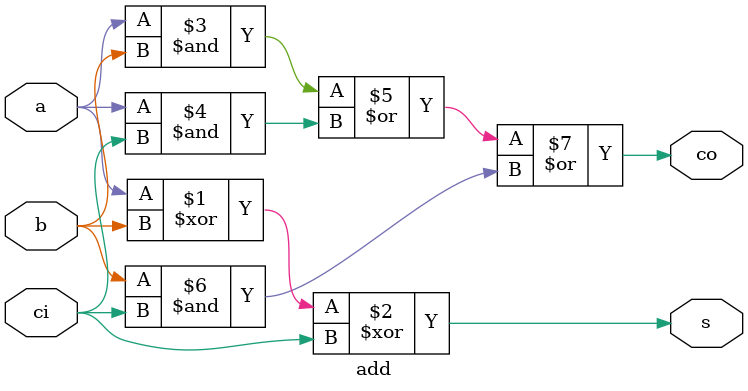
<source format=v>
module add(a,b,ci,co,s);
  input a,b,ci;
  output s,co;
  assign s=a^b^ci;
  assign co=a&b|a&ci|b&ci;
endmodule
</source>
